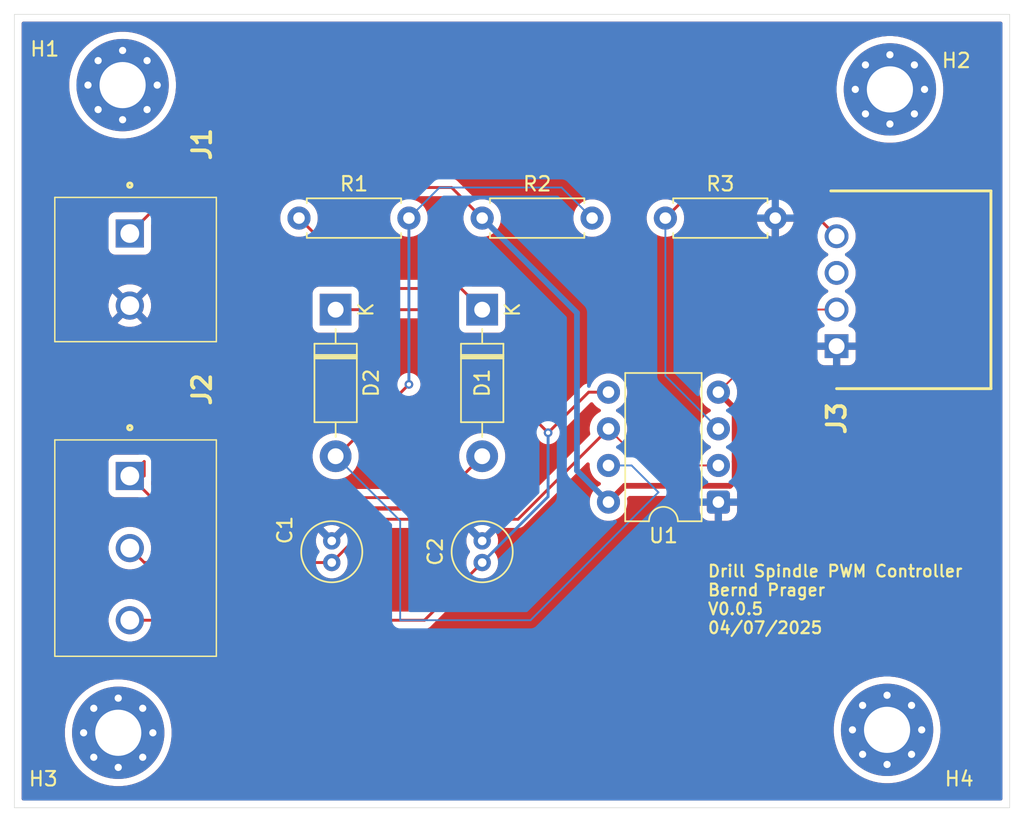
<source format=kicad_pcb>
(kicad_pcb (version 20241229) (generator "pcbnew") (generator_version "9.0")
  (layers (0 "F.Cu" signal) (4 "In1.Cu" signal) (6 "In2.Cu" signal) (2 "B.Cu" signal) (13 "F.Paste" user) (15 "B.Paste" user) (5 "F.SilkS" user "F.Silkscreen") (7 "B.SilkS" user "B.Silkscreen") (1 "F.Mask" user) (3 "B.Mask" user) (25 "Edge.Cuts" user))
  (net 0 "")
  (net 1 "GND")
  (net 2 "Net-(D1-A)")
  (net 3 "Net-(D1-K)")
  (net 4 "Net-(D2-K)")
  (net 5 "Net-(D2-A)")
  (net 6 "+5V")
  (net 7 "Net-(U1-THR)")
  (net 8 "Net-(U1-Q)")
  (footprint "Connector:Phoenix_Terminal_Block_2_Pos" (layer "F.Cu") (at 114 72.1875 -90)
    (property "Reference" "J1" (at -6.1875 -5 90) (layer "F.SilkS") (effects (font (size 1.27 1.27) (thickness 0.254))))
    (property "Value" "1711026" (hide yes))
    (fp_line (start -2.5 5.2) (end -2.5 -6) (stroke (width 0.1)) (layer "F.SilkS"))
    (fp_line (start 7.5 5.2) (end -2.5 5.2) (stroke (width 0.1)) (layer "F.SilkS"))
    (fp_line (start -2.5 -6) (end 7.5 -6) (stroke (width 0.1)) (layer "F.SilkS"))
    (fp_line (start 7.5 -6) (end 7.5 5.2) (stroke (width 0.1)) (layer "F.SilkS"))
    (fp_circle (center -3.35 0) (end -3.35 0.05) (stroke (width 0.2)) (fill no) (layer "F.SilkS"))
    (pad "1" thru_hole rect (at 0 0 270) (size 1.95 1.95) (drill 1.3) (layers "*.Cu" "*.Mask") (net 6 "+5V"))
    (pad "2" thru_hole circle (at 5 0 270) (size 1.95 1.95) (drill 1.3) (layers "*.Cu" "*.Mask") (net 1 "GND"))
  )
  (footprint "MountingHole:MountingHole_3.2mm_M3_Pad_Via" (layer "F.Cu") (at 166.697056 62.197056)
    (property "Reference" "H2" (at 4.6 -2 0) (layer "F.SilkS"))
    (property "Value" "MountingHole")
    (pad "1" thru_hole circle (at -2.4 0) (size 0.8 0.8) (drill 0.5) (layers "*.Cu" "*.Mask"))
    (pad "1" thru_hole circle (at -1.697056 -1.697056) (size 0.8 0.8) (drill 0.5) (layers "*.Cu" "*.Mask"))
    (pad "1" thru_hole circle (at -1.697056 1.697056) (size 0.8 0.8) (drill 0.5) (layers "*.Cu" "*.Mask"))
    (pad "1" thru_hole circle (at 0 -2.4) (size 0.8 0.8) (drill 0.5) (layers "*.Cu" "*.Mask"))
    (pad "1" thru_hole circle (at 0 0) (size 6.4 6.4) (drill 3.2) (layers "*.Cu" "*.Mask"))
    (pad "1" thru_hole circle (at 0 2.4) (size 0.8 0.8) (drill 0.5) (layers "*.Cu" "*.Mask"))
    (pad "1" thru_hole circle (at 1.697056 -1.697056) (size 0.8 0.8) (drill 0.5) (layers "*.Cu" "*.Mask"))
    (pad "1" thru_hole circle (at 1.697056 1.697056) (size 0.8 0.8) (drill 0.5) (layers "*.Cu" "*.Mask"))
    (pad "1" thru_hole circle (at 2.4 0) (size 0.8 0.8) (drill 0.5) (layers "*.Cu" "*.Mask"))
  )
  (footprint "MountingHole:MountingHole_3.2mm_M3_Pad_Via" (layer "F.Cu") (at 113.197056 106.802944)
    (property "Reference" "H3" (at -5.197056 3.197056 0) (layer "F.SilkS"))
    (property "Value" "MountingHole")
    (pad "1" thru_hole circle (at -2.4 0) (size 0.8 0.8) (drill 0.5) (layers "*.Cu" "*.Mask"))
    (pad "1" thru_hole circle (at -1.697056 -1.697056) (size 0.8 0.8) (drill 0.5) (layers "*.Cu" "*.Mask"))
    (pad "1" thru_hole circle (at -1.697056 1.697056) (size 0.8 0.8) (drill 0.5) (layers "*.Cu" "*.Mask"))
    (pad "1" thru_hole circle (at 0 -2.4) (size 0.8 0.8) (drill 0.5) (layers "*.Cu" "*.Mask"))
    (pad "1" thru_hole circle (at 0 0) (size 6.4 6.4) (drill 3.2) (layers "*.Cu" "*.Mask"))
    (pad "1" thru_hole circle (at 0 2.4) (size 0.8 0.8) (drill 0.5) (layers "*.Cu" "*.Mask"))
    (pad "1" thru_hole circle (at 1.697056 -1.697056) (size 0.8 0.8) (drill 0.5) (layers "*.Cu" "*.Mask"))
    (pad "1" thru_hole circle (at 1.697056 1.697056) (size 0.8 0.8) (drill 0.5) (layers "*.Cu" "*.Mask"))
    (pad "1" thru_hole circle (at 2.4 0) (size 0.8 0.8) (drill 0.5) (layers "*.Cu" "*.Mask"))
  )
  (footprint "Diode_THT:D_DO-41_SOD81_P10.16mm_Horizontal" (layer "F.Cu") (at 128.27 77.47 -90)
    (property "Reference" "D2" (at 5.08 -2.47 90) (layer "F.SilkS"))
    (property "Value" "1N4007")
    (fp_line (start 2.36 1.47) (end 7.8 1.47) (stroke (width 0.12)) (layer "F.SilkS"))
    (fp_line (start 7.8 1.47) (end 7.8 -1.47) (stroke (width 0.12)) (layer "F.SilkS"))
    (fp_line (start 1.34 0) (end 2.36 0) (stroke (width 0.12)) (layer "F.SilkS"))
    (fp_line (start 8.82 0) (end 7.8 0) (stroke (width 0.12)) (layer "F.SilkS"))
    (fp_line (start 2.36 -1.47) (end 2.36 1.47) (stroke (width 0.12)) (layer "F.SilkS"))
    (fp_line (start 3.14 -1.47) (end 3.14 1.47) (stroke (width 0.12)) (layer "F.SilkS"))
    (fp_line (start 3.26 -1.47) (end 3.26 1.47) (stroke (width 0.12)) (layer "F.SilkS"))
    (fp_line (start 3.38 -1.47) (end 3.38 1.47) (stroke (width 0.12)) (layer "F.SilkS"))
    (fp_line (start 7.8 -1.47) (end 2.36 -1.47) (stroke (width 0.12)) (layer "F.SilkS"))
    (fp_text user "K" (at 0 -2.1 90) (layer "F.SilkS"))
    (pad "1" thru_hole rect (at 0 0 270) (size 2.2 2.2) (drill 1.1) (layers "*.Cu" "*.Mask") (net 4 "Net-(D2-K)"))
    (pad "2" thru_hole oval (at 10.16 0 270) (size 2.2 2.2) (drill 1.1) (layers "*.Cu" "*.Mask") (net 5 "Net-(D2-A)"))
  )
  (footprint "Resistor_THT:R_Axial_DIN0207_L6.3mm_D2.5mm_P7.62mm_Horizontal" (layer "F.Cu") (at 138.43 71.12)
    (property "Reference" "R2" (at 3.81 -2.37 0) (layer "F.SilkS"))
    (property "Value" "10kΩ")
    (fp_line (start 0.54 -1.37) (end 7.08 -1.37) (stroke (width 0.12)) (layer "F.SilkS"))
    (fp_line (start 0.54 -1.04) (end 0.54 -1.37) (stroke (width 0.12)) (layer "F.SilkS"))
    (fp_line (start 0.54 1.04) (end 0.54 1.37) (stroke (width 0.12)) (layer "F.SilkS"))
    (fp_line (start 0.54 1.37) (end 7.08 1.37) (stroke (width 0.12)) (layer "F.SilkS"))
    (fp_line (start 7.08 -1.37) (end 7.08 -1.04) (stroke (width 0.12)) (layer "F.SilkS"))
    (fp_line (start 7.08 1.37) (end 7.08 1.04) (stroke (width 0.12)) (layer "F.SilkS"))
    (pad "1" thru_hole circle (at 0 0) (size 1.6 1.6) (drill 0.8) (layers "*.Cu" "*.Mask") (net 6 "+5V"))
    (pad "2" thru_hole oval (at 7.62 0) (size 1.6 1.6) (drill 0.8) (layers "*.Cu" "*.Mask") (net 5 "Net-(D2-A)"))
  )
  (footprint "Diode_THT:D_DO-41_SOD81_P10.16mm_Horizontal" (layer "F.Cu") (at 138.43 77.47 -90)
    (property "Reference" "D1" (at 5.08 0 90) (layer "F.SilkS"))
    (property "Value" "1N4007")
    (fp_line (start 2.36 1.47) (end 7.8 1.47) (stroke (width 0.12)) (layer "F.SilkS"))
    (fp_line (start 7.8 1.47) (end 7.8 -1.47) (stroke (width 0.12)) (layer "F.SilkS"))
    (fp_line (start 1.34 0) (end 2.36 0) (stroke (width 0.12)) (layer "F.SilkS"))
    (fp_line (start 8.82 0) (end 7.8 0) (stroke (width 0.12)) (layer "F.SilkS"))
    (fp_line (start 2.36 -1.47) (end 2.36 1.47) (stroke (width 0.12)) (layer "F.SilkS"))
    (fp_line (start 3.14 -1.47) (end 3.14 1.47) (stroke (width 0.12)) (layer "F.SilkS"))
    (fp_line (start 3.26 -1.47) (end 3.26 1.47) (stroke (width 0.12)) (layer "F.SilkS"))
    (fp_line (start 3.38 -1.47) (end 3.38 1.47) (stroke (width 0.12)) (layer "F.SilkS"))
    (fp_line (start 7.8 -1.47) (end 2.36 -1.47) (stroke (width 0.12)) (layer "F.SilkS"))
    (fp_text user "K" (at 0 -2.1 90) (layer "F.SilkS"))
    (pad "1" thru_hole rect (at 0 0 270) (size 2.2 2.2) (drill 1.1) (layers "*.Cu" "*.Mask") (net 3 "Net-(D1-K)"))
    (pad "2" thru_hole oval (at 10.16 0 270) (size 2.2 2.2) (drill 1.1) (layers "*.Cu" "*.Mask") (net 2 "Net-(D1-A)"))
  )
  (footprint "MountingHole:MountingHole_3.2mm_M3_Pad_Via" (layer "F.Cu") (at 113.5 61.9)
    (property "Reference" "H1" (at -5.4 -2.5 0) (layer "F.SilkS"))
    (property "Value" "MountingHole")
    (pad "1" thru_hole circle (at -2.4 0) (size 0.8 0.8) (drill 0.5) (layers "*.Cu" "*.Mask"))
    (pad "1" thru_hole circle (at -1.697056 -1.697056) (size 0.8 0.8) (drill 0.5) (layers "*.Cu" "*.Mask"))
    (pad "1" thru_hole circle (at -1.697056 1.697056) (size 0.8 0.8) (drill 0.5) (layers "*.Cu" "*.Mask"))
    (pad "1" thru_hole circle (at 0 -2.4) (size 0.8 0.8) (drill 0.5) (layers "*.Cu" "*.Mask"))
    (pad "1" thru_hole circle (at 0 0) (size 6.4 6.4) (drill 3.2) (layers "*.Cu" "*.Mask"))
    (pad "1" thru_hole circle (at 0 2.4) (size 0.8 0.8) (drill 0.5) (layers "*.Cu" "*.Mask"))
    (pad "1" thru_hole circle (at 1.697056 -1.697056) (size 0.8 0.8) (drill 0.5) (layers "*.Cu" "*.Mask"))
    (pad "1" thru_hole circle (at 1.697056 1.697056) (size 0.8 0.8) (drill 0.5) (layers "*.Cu" "*.Mask"))
    (pad "1" thru_hole circle (at 2.4 0) (size 0.8 0.8) (drill 0.5) (layers "*.Cu" "*.Mask"))
  )
  (footprint "Capacitor_THT:C_Radial_D4.0mm_H7.0mm_P1.50mm" (layer "F.Cu") (at 128 95 90)
    (property "Reference" "C1" (at 2.25 -3.25 90) (layer "F.SilkS"))
    (property "Value" "0.1μF")
    (fp_circle (center 0.75 0) (end 2.87 0) (stroke (width 0.12)) (fill no) (layer "F.SilkS"))
    (pad "1" thru_hole circle (at 0 0 90) (size 1.2 1.2) (drill 0.6) (layers "*.Cu" "*.Mask") (net 7 "Net-(U1-THR)"))
    (pad "2" thru_hole circle (at 1.5 0 90) (size 1.2 1.2) (drill 0.6) (layers "*.Cu" "*.Mask") (net 1 "GND"))
  )
  (footprint "Connector:Phoenix_Terminal_Block_3_Pos" (layer "F.Cu") (at 114 89 -90)
    (property "Reference" "J2" (at -6 -5 90) (layer "F.SilkS") (effects (font (size 1.27 1.27) (thickness 0.254))))
    (property "Value" "1711039" (hide yes))
    (fp_line (start -2.5 5.2) (end -2.5 -6) (stroke (width 0.1)) (layer "F.SilkS"))
    (fp_line (start 12.5 5.2) (end -2.5 5.2) (stroke (width 0.1)) (layer "F.SilkS"))
    (fp_line (start -2.5 -6) (end 12.5 -6) (stroke (width 0.1)) (layer "F.SilkS"))
    (fp_line (start 12.5 -6) (end 12.5 5.2) (stroke (width 0.1)) (layer "F.SilkS"))
    (fp_circle (center -3.35 0) (end -3.35 0.05) (stroke (width 0.2)) (fill no) (layer "F.SilkS"))
    (pad "1" thru_hole rect (at 0 0 270) (size 1.95 1.95) (drill 1.3) (layers "*.Cu" "*.Mask") (net 2 "Net-(D1-A)"))
    (pad "2" thru_hole circle (at 5 0 270) (size 1.95 1.95) (drill 1.3) (layers "*.Cu" "*.Mask") (net 7 "Net-(U1-THR)"))
    (pad "3" thru_hole circle (at 10 0 270) (size 1.95 1.95) (drill 1.3) (layers "*.Cu" "*.Mask") (net 4 "Net-(D2-K)"))
  )
  (footprint "Resistor_THT:R_Axial_DIN0207_L6.3mm_D2.5mm_P7.62mm_Horizontal" (layer "F.Cu") (at 151.13 71.12)
    (property "Reference" "R3" (at 3.81 -2.37 0) (layer "F.SilkS"))
    (property "Value" "1kΩ")
    (fp_line (start 0.54 -1.37) (end 7.08 -1.37) (stroke (width 0.12)) (layer "F.SilkS"))
    (fp_line (start 0.54 -1.04) (end 0.54 -1.37) (stroke (width 0.12)) (layer "F.SilkS"))
    (fp_line (start 0.54 1.04) (end 0.54 1.37) (stroke (width 0.12)) (layer "F.SilkS"))
    (fp_line (start 0.54 1.37) (end 7.08 1.37) (stroke (width 0.12)) (layer "F.SilkS"))
    (fp_line (start 7.08 -1.37) (end 7.08 -1.04) (stroke (width 0.12)) (layer "F.SilkS"))
    (fp_line (start 7.08 1.37) (end 7.08 1.04) (stroke (width 0.12)) (layer "F.SilkS"))
    (pad "1" thru_hole circle (at 0 0) (size 1.6 1.6) (drill 0.8) (layers "*.Cu" "*.Mask") (net 8 "Net-(U1-Q)"))
    (pad "2" thru_hole oval (at 7.62 0) (size 1.6 1.6) (drill 0.8) (layers "*.Cu" "*.Mask") (net 1 "GND"))
  )
  (footprint "Connector_Wire:SHDRRA4W65P0X254_1X4_1351X1090X751P" (layer "F.Cu") (at 163 80 -90)
    (property "Reference" "J3" (at 5 0 270) (layer "F.SilkS") (effects (font (size 1.27 1.27) (thickness 0.254))))
    (property "Value" "90136-2104" (hide yes))
    (fp_line (start 2.945 0) (end 2.945 -10.7) (stroke (width 0.2)) (layer "F.SilkS"))
    (fp_line (start -10.765 -10.7) (end -10.765 0.4) (stroke (width 0.2)) (layer "F.SilkS"))
    (fp_line (start 2.945 -10.7) (end -10.765 -10.7) (stroke (width 0.2)) (layer "F.SilkS"))
    (pad "1" thru_hole rect (at 0 0 270) (size 1.65 1.65) (drill 1.1) (layers "*.Cu" "*.Mask") (net 1 "GND"))
    (pad "2" thru_hole circle (at -2.54 0 270) (size 1.65 1.65) (drill 1.1) (layers "*.Cu" "*.Mask") (net 6 "+5V"))
    (pad "3" thru_hole circle (at -5.08 0 270) (size 1.65 1.65) (drill 1.1) (layers "*.Cu" "*.Mask"))
    (pad "4" thru_hole circle (at -7.62 0 270) (size 1.65 1.65) (drill 1.1) (layers "*.Cu" "*.Mask") (net 8 "Net-(U1-Q)"))
  )
  (footprint "MountingHole:MountingHole_3.2mm_M3_Pad_Via" (layer "F.Cu") (at 166.5 106.6)
    (property "Reference" "H4" (at 5 3.4 0) (layer "F.SilkS"))
    (property "Value" "MountingHole")
    (pad "1" thru_hole circle (at -2.4 0) (size 0.8 0.8) (drill 0.5) (layers "*.Cu" "*.Mask"))
    (pad "1" thru_hole circle (at -1.697056 -1.697056) (size 0.8 0.8) (drill 0.5) (layers "*.Cu" "*.Mask"))
    (pad "1" thru_hole circle (at -1.697056 1.697056) (size 0.8 0.8) (drill 0.5) (layers "*.Cu" "*.Mask"))
    (pad "1" thru_hole circle (at 0 -2.4) (size 0.8 0.8) (drill 0.5) (layers "*.Cu" "*.Mask"))
    (pad "1" thru_hole circle (at 0 0) (size 6.4 6.4) (drill 3.2) (layers "*.Cu" "*.Mask"))
    (pad "1" thru_hole circle (at 0 2.4) (size 0.8 0.8) (drill 0.5) (layers "*.Cu" "*.Mask"))
    (pad "1" thru_hole circle (at 1.697056 -1.697056) (size 0.8 0.8) (drill 0.5) (layers "*.Cu" "*.Mask"))
    (pad "1" thru_hole circle (at 1.697056 1.697056) (size 0.8 0.8) (drill 0.5) (layers "*.Cu" "*.Mask"))
    (pad "1" thru_hole circle (at 2.4 0) (size 0.8 0.8) (drill 0.5) (layers "*.Cu" "*.Mask"))
  )
  (footprint "Package_DIP:DIP-8_W7.62mm" (layer "F.Cu") (at 154.805 90.81 180)
    (property "Reference" "U1" (at 3.81 -2.33 0) (layer "F.SilkS"))
    (property "Value" "NE555P")
    (fp_line (start 6.46 8.95) (end 6.46 -1.33) (stroke (width 0.12)) (layer "F.SilkS"))
    (fp_line (start 6.46 -1.33) (end 4.81 -1.33) (stroke (width 0.12)) (layer "F.SilkS"))
    (fp_line (start 2.81 -1.33) (end 1.16 -1.33) (stroke (width 0.12)) (layer "F.SilkS"))
    (fp_line (start 1.16 8.95) (end 6.46 8.95) (stroke (width 0.12)) (layer "F.SilkS"))
    (fp_line (start 1.16 -1.33) (end 1.16 8.95) (stroke (width 0.12)) (layer "F.SilkS"))
    (fp_arc (start 4.81 -1.33) (mid 3.81 -0.33) (end 2.81 -1.33) (stroke (width 0.12)) (layer "F.SilkS"))
    (pad "1" thru_hole roundrect (at 0 0 180) (size 1.6 1.6) (drill 0.8) (layers "*.Cu" "*.Mask") (roundrect_rratio 0.15625) (net 1 "GND"))
    (pad "2" thru_hole circle (at 0 2.54 180) (size 1.6 1.6) (drill 0.8) (layers "*.Cu" "*.Mask") (net 7 "Net-(U1-THR)"))
    (pad "3" thru_hole circle (at 0 5.08 180) (size 1.6 1.6) (drill 0.8) (layers "*.Cu" "*.Mask") (net 8 "Net-(U1-Q)"))
    (pad "4" thru_hole circle (at 0 7.62 180) (size 1.6 1.6) (drill 0.8) (layers "*.Cu" "*.Mask") (net 6 "+5V"))
    (pad "5" thru_hole circle (at 7.62 7.62 180) (size 1.6 1.6) (drill 0.8) (layers "*.Cu" "*.Mask") (net 4 "Net-(D2-K)"))
    (pad "6" thru_hole circle (at 7.62 5.08 180) (size 1.6 1.6) (drill 0.8) (layers "*.Cu" "*.Mask") (net 7 "Net-(U1-THR)"))
    (pad "7" thru_hole circle (at 7.62 2.54 180) (size 1.6 1.6) (drill 0.8) (layers "*.Cu" "*.Mask") (net 5 "Net-(D2-A)"))
    (pad "8" thru_hole circle (at 7.62 0 180) (size 1.6 1.6) (drill 0.8) (layers "*.Cu" "*.Mask") (net 6 "+5V"))
  )
  (footprint "Capacitor_THT:C_Radial_D4.0mm_H7.0mm_P1.50mm" (layer "F.Cu") (at 138.43 95 90)
    (property "Reference" "C2" (at 0.75 -3.25 90) (layer "F.SilkS"))
    (property "Value" "0.1μF")
    (fp_circle (center 0.75 0) (end 2.87 0) (stroke (width 0.12)) (fill no) (layer "F.SilkS"))
    (pad "1" thru_hole circle (at 0 0 90) (size 1.2 1.2) (drill 0.6) (layers "*.Cu" "*.Mask") (net 4 "Net-(D2-K)"))
    (pad "2" thru_hole circle (at 1.5 0 90) (size 1.2 1.2) (drill 0.6) (layers "*.Cu" "*.Mask") (net 1 "GND"))
  )
  (footprint "Resistor_THT:R_Axial_DIN0207_L6.3mm_D2.5mm_P7.62mm_Horizontal" (layer "F.Cu") (at 125.73 71.12)
    (property "Reference" "R1" (at 3.81 -2.37 0) (layer "F.SilkS"))
    (property "Value" "10kΩ")
    (fp_line (start 0.54 -1.37) (end 7.08 -1.37) (stroke (width 0.12)) (layer "F.SilkS"))
    (fp_line (start 0.54 -1.04) (end 0.54 -1.37) (stroke (width 0.12)) (layer "F.SilkS"))
    (fp_line (start 0.54 1.04) (end 0.54 1.37) (stroke (width 0.12)) (layer "F.SilkS"))
    (fp_line (start 0.54 1.37) (end 7.08 1.37) (stroke (width 0.12)) (layer "F.SilkS"))
    (fp_line (start 7.08 -1.37) (end 7.08 -1.04) (stroke (width 0.12)) (layer "F.SilkS"))
    (fp_line (start 7.08 1.37) (end 7.08 1.04) (stroke (width 0.12)) (layer "F.SilkS"))
    (pad "1" thru_hole circle (at 0 0) (size 1.6 1.6) (drill 0.8) (layers "*.Cu" "*.Mask") (net 3 "Net-(D1-K)"))
    (pad "2" thru_hole oval (at 7.62 0) (size 1.6 1.6) (drill 0.8) (layers "*.Cu" "*.Mask") (net 5 "Net-(D2-A)"))
  )
  (gr_line (start 106 112) (end 175 112) (stroke (width 0.0381)) (layer "Edge.Cuts"))
  (gr_line (start 175 112) (end 175 57) (stroke (width 0.0381)) (layer "Edge.Cuts"))
  (gr_line (start 175 57) (end 106 57) (stroke (width 0.0381)) (layer "Edge.Cuts"))
  (gr_line (start 106 57) (end 106 112) (stroke (width 0.0381)) (layer "Edge.Cuts"))
  (gr_text "Drill Spindle PWM Controller\nBernd Prager\nV0.0.5\n04/07/2025" (at 154 100 0) (layer "F.SilkS") (effects (font (size 0.8128 0.8128) (thickness 0.1524) (bold yes)) (justify left bottom)))
  (segment (start 135.56 90.5) (end 115.5 90.5) (width 0.2) (layer "F.Cu") (net 2))
  (segment (start 115 89) (end 115 88) (width 0.2) (layer "F.Cu") (net 2))
  (segment (start 115.5 90.5) (end 114 89) (width 0.2) (layer "F.Cu") (net 2))
  (segment (start 115 88) (end 114 89) (width 0.2) (layer "F.Cu") (net 2))
  (segment (start 138.43 87.63) (end 135.56 90.5) (width 0.2) (layer "F.Cu") (net 2))
  (segment (start 125.73 71.12) (end 130.61 76) (width 0.2) (layer "F.Cu") (net 3))
  (segment (start 130.61 76) (end 136.96 76) (width 0.2) (layer "F.Cu") (net 3))
  (segment (start 138.43 77.47) (end 138 77.04) (width 0.2) (layer "F.Cu") (net 3))
  (segment (start 136.96 76) (end 138.43 77.47) (width 0.2) (layer "F.Cu") (net 3))
  (segment (start 134.43 99) (end 114 99) (width 0.2) (layer "F.Cu") (net 4))
  (segment (start 145.81 83.19) (end 143 86) (width 0.2) (layer "F.Cu") (net 4))
  (segment (start 147.185 83.19) (end 145.81 83.19) (width 0.2) (layer "F.Cu") (net 4))
  (segment (start 128.27 77.47) (end 134.47 77.47) (width 0.2) (layer "F.Cu") (net 4))
  (segment (start 138.43 95) (end 134.43 99) (width 0.2) (layer "F.Cu") (net 4))
  (segment (start 134.47 77.47) (end 143 86) (width 0.2) (layer "F.Cu") (net 4))
  (via (at 143 86) (size 0.6) (drill 0.3) (layers "F.Cu" "B.Cu") (net 4))
  (segment (start 143 86) (end 143 90.43) (width 0.2) (layer "B.Cu") (net 4))
  (segment (start 143 90.43) (end 138.43 95) (width 0.2) (layer "B.Cu") (net 4))
  (segment (start 128.37 87.63) (end 128.27 87.63) (width 0.2) (layer "F.Cu") (net 5))
  (segment (start 133.35 82.65) (end 128.37 87.63) (width 0.2) (layer "F.Cu") (net 5))
  (via (at 133.35 82.65) (size 0.6) (drill 0.3) (layers "F.Cu" "B.Cu") (net 5))
  (segment (start 133.35 71.12) (end 135.47 69) (width 0.127) (layer "B.Cu") (net 5))
  (segment (start 150.648732 90.132369) (end 141.781101 99) (width 0.127) (layer "B.Cu") (net 5))
  (segment (start 132.745 99) (end 132.745 92.105) (width 0.127) (layer "B.Cu") (net 5))
  (segment (start 148.786362 88.27) (end 150.648732 90.132369) (width 0.127) (layer "B.Cu") (net 5))
  (segment (start 135.47 69) (end 143.93 69) (width 0.127) (layer "B.Cu") (net 5))
  (segment (start 143.93 69) (end 146.05 71.12) (width 0.127) (layer "B.Cu") (net 5))
  (segment (start 147.185 88.27) (end 148.786362 88.27) (width 0.127) (layer "B.Cu") (net 5))
  (segment (start 132.745 92.105) (end 128.27 87.63) (width 0.127) (layer "B.Cu") (net 5))
  (segment (start 141.781101 99) (end 132.745 99) (width 0.127) (layer "B.Cu") (net 5))
  (segment (start 133.35 82.65) (end 133.35 71.12) (width 0.2) (layer "B.Cu") (net 5))
  (segment (start 138.43 71.12) (end 136.31 69) (width 0.2) (layer "F.Cu") (net 6))
  (segment (start 138.88 71.12) (end 139 71) (width 0.127) (layer "F.Cu") (net 6))
  (segment (start 148.313 89.682) (end 147.185 90.81) (width 0.4) (layer "F.Cu") (net 6))
  (segment (start 117.1875 69) (end 114 72.1875) (width 0.2) (layer "F.Cu") (net 6))
  (segment (start 155.933 87) (end 155.933 88) (width 0.4) (layer "F.Cu") (net 6))
  (segment (start 155.933 88) (end 155.933 89.350342) (width 0.4) (layer "F.Cu") (net 6))
  (segment (start 155.933 84.318) (end 155.933 87) (width 0.4) (layer "F.Cu") (net 6))
  (segment (start 160.535 77.46) (end 154.805 83.19) (width 0.127) (layer "F.Cu") (net 6))
  (segment (start 163 77.46) (end 160.535 77.46) (width 0.127) (layer "F.Cu") (net 6))
  (segment (start 155.601342 89.682) (end 148.313 89.682) (width 0.4) (layer "F.Cu") (net 6))
  (segment (start 155.933 89.350342) (end 155.601342 89.682) (width 0.4) (layer "F.Cu") (net 6))
  (segment (start 136.31 69) (end 117.1875 69) (width 0.2) (layer "F.Cu") (net 6))
  (segment (start 138.43 71.12) (end 138.88 71.12) (width 0.127) (layer "F.Cu") (net 6))
  (segment (start 154.805 83.19) (end 155.933 84.318) (width 0.4) (layer "F.Cu") (net 6))
  (segment (start 145 77.69) (end 138.43 71.12) (width 0.4) (layer "B.Cu") (net 6))
  (segment (start 145 88.625) (end 145 77.69) (width 0.4) (layer "B.Cu") (net 6))
  (segment (start 147.185 90.81) (end 145 88.625) (width 0.4) (layer "B.Cu") (net 6))
  (segment (start 128 95) (end 131 92) (width 0.2) (layer "F.Cu") (net 7))
  (segment (start 131 92) (end 140.915 92) (width 0.2) (layer "F.Cu") (net 7))
  (segment (start 154.805 88.27) (end 151 88.27) (width 0.127) (layer "F.Cu") (net 7))
  (segment (start 128.07 95.5) (end 128.27 95.3) (width 0.127) (layer "F.Cu") (net 7))
  (segment (start 151 88.27) (end 149.73 87) (width 0.127) (layer "F.Cu") (net 7))
  (segment (start 128 95) (end 115 95) (width 0.2) (layer "F.Cu") (net 7))
  (segment (start 115 95) (end 114 94) (width 0.2) (layer "F.Cu") (net 7))
  (segment (start 114 94) (end 114 93.5) (width 0.2) (layer "F.Cu") (net 7))
  (segment (start 148.455 87) (end 147.185 85.73) (width 0.127) (layer "F.Cu") (net 7))
  (segment (start 140.915 92) (end 147.185 85.73) (width 0.2) (layer "F.Cu") (net 7))
  (segment (start 149.73 87) (end 148.455 87) (width 0.127) (layer "F.Cu") (net 7))
  (segment (start 159.62 69) (end 163 72.38) (width 0.2) (layer "F.Cu") (net 8))
  (segment (start 151.13 71.12) (end 153.25 69) (width 0.2) (layer "F.Cu") (net 8))
  (segment (start 153.25 69) (end 159.62 69) (width 0.2) (layer "F.Cu") (net 8))
  (segment (start 151.13 71.12) (end 151.13 82.055) (width 0.127) (layer "B.Cu") (net 8))
  (segment (start 151.13 82.055) (end 154.805 85.73) (width 0.127) (layer "B.Cu") (net 8))
  (zone (net 1) (net_name "GND") (layers "F.Cu" "B.Cu") (connect_pads (clearance 0.5)) (min_thickness 0.25) (fill yes (thermal_gap 0.5) (thermal_bridge_width 0.5))
    (polygon (pts (xy 105 56) (xy 176 56) (xy 176 113) (xy 105 113)))
  )
)
</source>
